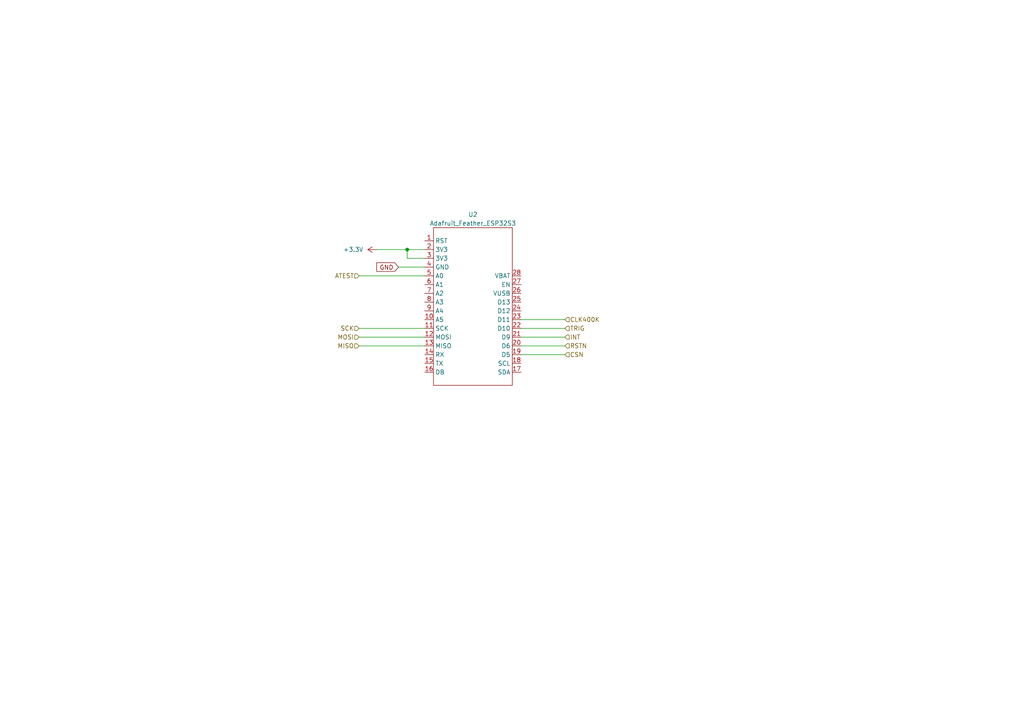
<source format=kicad_sch>
(kicad_sch (version 20231120) (generator "eeschema") (generator_version "8.0")
  (paper "A4")
  (lib_symbols
    (symbol "CSI040_stim:Adafruit_Feather_ESP32S3"
      (property "Reference" "U" (at 0 0 0))
      (property "Value" "Adafruit_Feather_ESP32S3" (at 0 -24.638 0))
      (symbol "Adafruit_Feather_ESP32S3_0_1"
        (rectangle (start -11.43 22.86) (end 11.43 -22.86))
      )
      (symbol "Adafruit_Feather_ESP32S3_1_1"
        (pin input line (at -13.97 19.05 0) (length 2.54) (name "RST") (number "1"))
        (pin bidirectional line (at -13.97 -3.81 0) (length 2.54) (name "A5") (number "10"))
        (pin input line (at -13.97 -6.35 0) (length 2.54) (name "SCK") (number "11"))
        (pin bidirectional line (at -13.97 -8.89 0) (length 2.54) (name "MOSI") (number "12"))
        (pin bidirectional line (at -13.97 -11.43 0) (length 2.54) (name "MISO") (number "13"))
        (pin bidirectional line (at -13.97 -13.97 0) (length 2.54) (name "RX") (number "14"))
        (pin bidirectional line (at -13.97 -16.51 0) (length 2.54) (name "TX") (number "15"))
        (pin bidirectional line (at -13.97 -19.05 0) (length 2.54) (name "DB") (number "16"))
        (pin bidirectional line (at 13.97 -19.05 180) (length 2.54) (name "SDA") (number "17"))
        (pin input line (at 13.97 -16.51 180) (length 2.54) (name "SCL") (number "18"))
        (pin bidirectional line (at 13.97 -13.97 180) (length 2.54) (name "D5") (number "19"))
        (pin power_in line (at -13.97 16.51 0) (length 2.54) (name "3V3") (number "2"))
        (pin bidirectional line (at 13.97 -11.43 180) (length 2.54) (name "D6") (number "20"))
        (pin bidirectional line (at 13.97 -8.89 180) (length 2.54) (name "D9") (number "21"))
        (pin bidirectional line (at 13.97 -6.35 180) (length 2.54) (name "D10") (number "22"))
        (pin bidirectional line (at 13.97 -3.81 180) (length 2.54) (name "D11") (number "23"))
        (pin bidirectional line (at 13.97 -1.27 180) (length 2.54) (name "D12") (number "24"))
        (pin bidirectional line (at 13.97 1.27 180) (length 2.54) (name "D13") (number "25"))
        (pin power_in line (at 13.97 3.81 180) (length 2.54) (name "VUSB") (number "26"))
        (pin bidirectional line (at 13.97 6.35 180) (length 2.54) (name "EN") (number "27"))
        (pin power_in line (at 13.97 8.89 180) (length 2.54) (name "VBAT") (number "28"))
        (pin power_in line (at -13.97 13.97 0) (length 2.54) (name "3V3") (number "3"))
        (pin power_in line (at -13.97 11.43 0) (length 2.54) (name "GND") (number "4"))
        (pin bidirectional line (at -13.97 8.89 0) (length 2.54) (name "A0") (number "5"))
        (pin bidirectional line (at -13.97 6.35 0) (length 2.54) (name "A1") (number "6"))
        (pin bidirectional line (at -13.97 3.81 0) (length 2.54) (name "A2") (number "7"))
        (pin bidirectional line (at -13.97 1.27 0) (length 2.54) (name "A3") (number "8"))
        (pin bidirectional line (at -13.97 -1.27 0) (length 2.54) (name "A4") (number "9"))
      )
    )
    (symbol "power:+3.3V" (power) (pin_numbers hide) (pin_names (offset 0) hide)
      (property "Value" "+3.3V" (at 0 3.556 0))
      (symbol "+3.3V_0_1"
        (polyline (pts (xy -0.762 1.27) (xy 0 2.54)))
        (polyline (pts (xy 0 0) (xy 0 2.54)))
        (polyline (pts (xy 0 2.54) (xy 0.762 1.27)))
      )
      (symbol "+3.3V_1_1"
        (pin power_in line (at 0 0 90) (length 0) (name "~") (number "1"))
      )
    )
  )
  (junction (at 118.11 72.39))
  (wire (pts (xy 151.13 92.71) (xy 163.83 92.71)))
  (wire (pts (xy 151.13 102.87) (xy 163.83 102.87)))
  (wire (pts (xy 104.14 97.79) (xy 123.19 97.79)))
  (wire (pts (xy 104.14 80.01) (xy 123.19 80.01)))
  (wire (pts (xy 151.13 95.25) (xy 163.83 95.25)))
  (wire (pts (xy 104.14 95.25) (xy 123.19 95.25)))
  (wire (pts (xy 115.57 77.47) (xy 123.19 77.47)))
  (wire (pts (xy 104.14 100.33) (xy 123.19 100.33)))
  (wire (pts (xy 109.22 72.39) (xy 118.11 72.39)))
  (wire (pts (xy 118.11 72.39) (xy 123.19 72.39)))
  (wire (pts (xy 123.19 74.93) (xy 118.11 74.93)))
  (wire (pts (xy 151.13 100.33) (xy 163.83 100.33)))
  (wire (pts (xy 118.11 74.93) (xy 118.11 72.39)))
  (wire (pts (xy 151.13 97.79) (xy 163.83 97.79)))
  (global_label "GND" (shape input) (at 115.57 77.47 180) (property "Intersheetrefs" "${INTERSHEET_REFS}" (effects (hide yes))))
  (hierarchical_label "MOSI" (shape input) (at 104.14 97.79 180))
  (hierarchical_label "SCK" (shape input) (at 104.14 95.25 180))
  (hierarchical_label "CSN" (shape input) (at 163.83 102.87 0))
  (hierarchical_label "ATEST" (shape input) (at 104.14 80.01 180))
  (hierarchical_label "CLK400K" (shape input) (at 163.83 92.71 0))
  (hierarchical_label "TRIG" (shape input) (at 163.83 95.25 0))
  (hierarchical_label "RSTN" (shape input) (at 163.83 100.33 0))
  (hierarchical_label "INT" (shape input) (at 163.83 97.79 0))
  (hierarchical_label "MISO" (shape input) (at 104.14 100.33 180))
  (symbol (lib_id "power:+3.3V") (at 109.22 72.39 90) (unit 1)
    (property "Reference" "#PWR07" (effects (hide yes)))
    (property "Value" "+3.3V" (at 105.41 72.3899 90) (effects (justify left)))
    (property "Description" "Power symbol creates a global label with name \"+3.3V\"" (effects (hide yes)))
  )
  (symbol (lib_id "CSI040_stim:Adafruit_Feather_ESP32S3") (at 137.16 88.9 0) (unit 1)
    (property "Reference" "U2" (at 137.16 62.23 0))
    (property "Value" "Adafruit_Feather_ESP32S3" (at 137.16 64.77 0))
    (property "Footprint" "Adafruit_Feather_ESP32S3:Adafruit_Feather_ESP32S3" (effects (hide yes)))
  )
)
</source>
